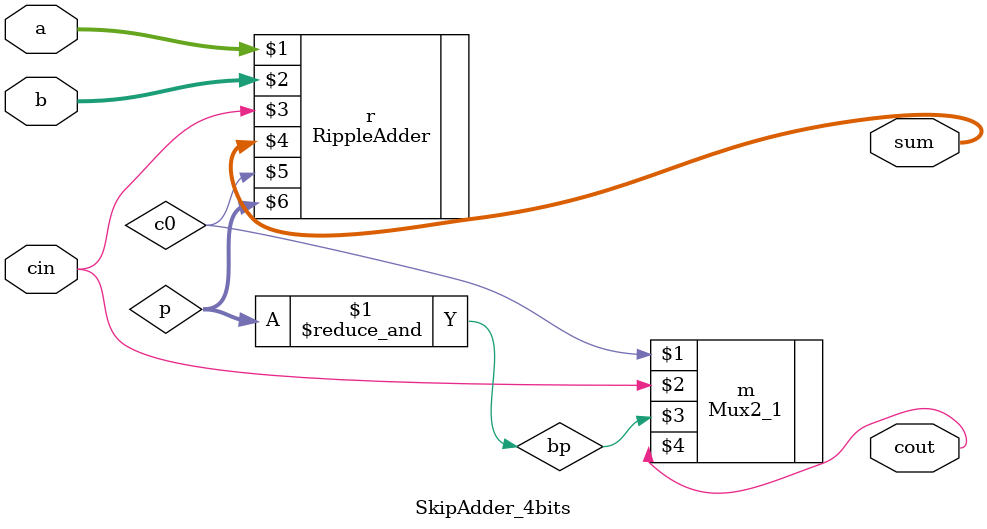
<source format=v>
module SkipAdder_4bits(a, b, cin, sum, cout);
input [3:0] a,b;
input cin;
output [3:0] sum;
output cout;
wire [3:0] p;
wire c0;
wire bp;

RippleAdder r (a, b, cin, sum, c0,p);
assign bp = &p;
Mux2_1 m(c0,cin,bp,cout);
endmodule



</source>
